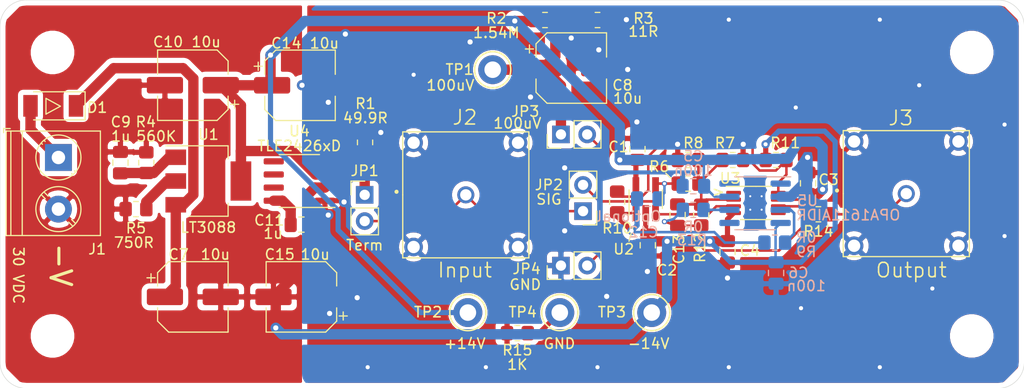
<source format=kicad_pcb>
(kicad_pcb (version 20171130) (host pcbnew 5.1.9-1.fc33)
  (layers (0 F.Cu signal) (1 In1.Cu power) (2 In2.Cu power) (31 B.Cu signal) (34 B.Paste user hide) (35 F.Paste user hide) (36 B.SilkS user hide) (37 F.SilkS user) (38 B.Mask user) (39 F.Mask user) (44 Edge.Cuts user hide))
  (net 0 "")
  (net 1 GND)
  (net 2 +15V)
  (net 3 -15V)
  (net 4 "Net-(C9-Pad1)")
  (net 5 "Net-(C13-Pad2)")
  (net 6 "Net-(C13-Pad1)")
  (net 7 "Net-(D1-Pad2)")
  (net 8 "Net-(J2-Pad1)")
  (net 9 "Net-(J3-Pad1)")
  (net 10 "Net-(C7-Pad1)")
  (net 11 "Net-(JP1-Pad1)")
  (net 12 "Net-(JP2-Pad2)")
  (net 13 NULLA)
  (net 14 "Net-(R13-Pad1)")
  (net 15 "Net-(C8-Pad1)")
  (net 16 "Net-(C11-Pad1)")
  (net 17 "Net-(C12-Pad2)")
  (net 18 "Net-(C12-Pad1)")
  (net 19 "Net-(R9-Pad1)")
  (net 20 "Net-(U3-Pad9)")
  (net 21 "Net-(R15-Pad1)")
  (module Package_SO:MSOP-8-1EP_3x3mm_P0.65mm_EP1.73x1.85mm_ThermalVias (layer F.Cu) (at 142.96 51.405)
    (fp_text reference U3 (at -2.498 -2.383) (layer F.SilkS))
    (fp_text value THS4021CxDGNx)
    (pad 9 smd rect (at 0 0) (size 1.6 1.8) (layers B.Cu) (net 20 "Net-(U3-Pad9)"))
    (pad 9 thru_hole circle (at 0.55 0.65) (size 0.5 0.5) (drill 0.2) (layers *.Cu) (net 20 "Net-(U3-Pad9)"))
    (pad 9 thru_hole circle (at -0.55 0.65) (size 0.5 0.5) (drill 0.2) (layers *.Cu) (net 20 "Net-(U3-Pad9)"))
    (pad 9 thru_hole circle (at 0.55 -0.65) (size 0.5 0.5) (drill 0.2) (layers *.Cu) (net 20 "Net-(U3-Pad9)"))
    (pad 9 thru_hole circle (at -0.55 -0.65) (size 0.5 0.5) (drill 0.2) (layers *.Cu) (net 20 "Net-(U3-Pad9)"))
    (pad 9 smd rect (at 0 0) (size 1.73 1.85) (layers F.Cu F.Mask) (net 20 "Net-(U3-Pad9)"))
    (pad 8 smd roundrect (at 2.1625 -0.975) (size 1.425 0.4) (layers F.Cu F.Paste F.Mask) (net 13 NULLA))
    (pad 7 smd roundrect (at 2.1625 -0.325) (size 1.425 0.4) (layers F.Cu F.Paste F.Mask) (net 2 +15V))
    (pad 6 smd roundrect (at 2.1625 0.325) (size 1.425 0.4) (layers F.Cu F.Paste F.Mask) (net 5 "Net-(C13-Pad2)"))
    (pad 5 smd roundrect (at 2.1625 0.975) (size 1.425 0.4) (layers F.Cu F.Paste F.Mask))
    (pad 4 smd roundrect (at -2.1625 0.975) (size 1.425 0.4) (layers F.Cu F.Paste F.Mask) (net 3 -15V))
    (pad 3 smd roundrect (at -2.1625 0.325) (size 1.425 0.4) (layers F.Cu F.Paste F.Mask) (net 12 "Net-(JP2-Pad2)"))
    (pad 2 smd roundrect (at -2.1625 -0.325) (size 1.425 0.4) (layers F.Cu F.Paste F.Mask) (net 6 "Net-(C13-Pad1)"))
    (pad 1 smd roundrect (at -2.1625 -0.975) (size 1.425 0.4) (layers F.Cu F.Paste F.Mask))
  )
  (module Resistor_SMD:R_0805_2012Metric_Pad1.20x1.40mm_HandSolder (layer F.Cu) (at 119.888 64.008 180)
    (fp_text reference R15 (at 0 -1.65) (layer F.SilkS))
    (fp_text value 1K (at 0 -3.048) (layer F.SilkS))
    (pad 2 smd roundrect (at 1 0 180) (size 1.2 1.4) (layers F.Cu F.Paste F.Mask) (roundrect_rratio 0.208333) (net 1 GND))
    (pad 1 smd roundrect (at -1 0 180) (size 1.2 1.4) (layers F.Cu F.Paste F.Mask) (roundrect_rratio 0.208333) (net 21 "Net-(R15-Pad1)"))
  )
  (module Capacitor_SMD:C_0805_2012Metric_Pad1.18x1.45mm_HandSolder (layer B.Cu) (at 144.907 58.1875 90)
    (fp_text reference C6 (at 0.0215 2.159 180) (layer B.SilkS) (effects (justify mirror)))
    (fp_text value 100n (at -1.2485 2.921 180) (layer B.SilkS) (effects (justify mirror)))
    (pad 2 smd roundrect (at 1.0375 0 90) (size 1.175 1.45) (layers B.Cu B.Paste B.Mask) (roundrect_rratio 0.2127659574468085) (net 3 -15V))
    (pad 1 smd roundrect (at -1.0375 0 90) (size 1.175 1.45) (layers B.Cu B.Paste B.Mask) (roundrect_rratio 0.2127659574468085) (net 1 GND))
  )
  (module Capacitor_SMD:C_0805_2012Metric_Pad1.18x1.45mm_HandSolder (layer B.Cu) (at 136.906 49.784 180)
    (fp_text reference C5 (at 0 2.921) (layer B.SilkS) (effects (justify mirror)))
    (fp_text value 100n (at 0 1.524) (layer B.SilkS) (effects (justify mirror)))
    (pad 2 smd roundrect (at 1.0375 0 180) (size 1.175 1.45) (layers B.Cu B.Paste B.Mask) (roundrect_rratio 0.2127659574468085) (net 1 GND))
    (pad 1 smd roundrect (at -1.0375 0 180) (size 1.175 1.45) (layers B.Cu B.Paste B.Mask) (roundrect_rratio 0.2127659574468085) (net 2 +15V))
  )
  (module Package_SO:SOIC-8_3.9x4.9mm_P1.27mm (layer B.Cu) (at 142.875 51.435 180)
    (fp_text reference U5 (at -5.08 0.254) (layer B.SilkS) (effects (justify mirror)))
    (fp_text value OPA1611AIDR (at -9.017 -1.143) (layer B.SilkS) (effects (justify mirror)))
    (pad 8 smd roundrect (at 2.475 1.905 180) (size 1.95 0.6) (layers B.Cu B.Paste B.Mask))
    (pad 7 smd roundrect (at 2.475 0.635 180) (size 1.95 0.6) (layers B.Cu B.Paste B.Mask) (net 2 +15V))
    (pad 6 smd roundrect (at 2.475 -0.635 180) (size 1.95 0.6) (layers B.Cu B.Paste B.Mask) (net 14 "Net-(R13-Pad1)"))
    (pad 5 smd roundrect (at 2.475 -1.905 180) (size 1.95 0.6) (layers B.Cu B.Paste B.Mask))
    (pad 4 smd roundrect (at -2.475 -1.905 180) (size 1.95 0.6) (layers B.Cu B.Paste B.Mask) (net 3 -15V))
    (pad 3 smd roundrect (at -2.475 -0.635 180) (size 1.95 0.6) (layers B.Cu B.Paste B.Mask) (net 19 "Net-(R9-Pad1)"))
    (pad 2 smd roundrect (at -2.475 0.635 180) (size 1.95 0.6) (layers B.Cu B.Paste B.Mask) (net 1 GND))
    (pad 1 smd roundrect (at -2.475 1.905 180) (size 1.95 0.6) (layers B.Cu B.Paste B.Mask))
  )
  (module Resistor_SMD:R_0805_2012Metric_Pad1.20x1.40mm_HandSolder (layer B.Cu) (at 136.89 52.07 180)
    (fp_text reference R13 (at 0.111 -2.921) (layer B.SilkS) (effects (justify mirror)))
    (fp_text value 0R (at 0 -1.65) (layer B.SilkS) (effects (justify mirror)))
    (pad 2 smd roundrect (at 1 0 180) (size 1.2 1.4) (layers B.Cu B.Paste B.Mask) (roundrect_rratio 0.2083325) (net 5 "Net-(C13-Pad2)"))
    (pad 1 smd roundrect (at -1 0 180) (size 1.2 1.4) (layers B.Cu B.Paste B.Mask) (roundrect_rratio 0.2083325) (net 14 "Net-(R13-Pad1)"))
  )
  (module Resistor_SMD:R_0805_2012Metric_Pad1.20x1.40mm_HandSolder (layer B.Cu) (at 144.78 55.245 180)
    (fp_text reference R9 (at -3.048 -0.889) (layer B.SilkS) (effects (justify mirror)))
    (fp_text value 0R (at -3.048 0.508) (layer B.SilkS) (effects (justify mirror)))
    (pad 2 smd roundrect (at 1 0 180) (size 1.2 1.4) (layers B.Cu B.Paste B.Mask) (roundrect_rratio 0.2083325) (net 18 "Net-(C12-Pad1)"))
    (pad 1 smd roundrect (at -1 0 180) (size 1.2 1.4) (layers B.Cu B.Paste B.Mask) (roundrect_rratio 0.2083325) (net 19 "Net-(R9-Pad1)"))
  )
  (module MAGI_Footprints:TE_1-1337445-0 (layer F.Cu) (at 157.5 50.5)
    (fp_text reference J3 (at -0.528 -7.32) (layer F.SilkS) (effects (font (size 1.402528 1.402528))))
    (fp_text value Output (at 0.488 7.412) (layer F.SilkS) (effects (font (size 1.400921 1.400921))))
    (pad 2 thru_hole circle (at -5.05 5.05) (size 1.8 1.8) (drill 1.2) (layers *.Cu *.Mask) (net 1 GND))
    (pad 2 thru_hole circle (at 5.05 5.05) (size 1.8 1.8) (drill 1.2) (layers *.Cu *.Mask) (net 1 GND))
    (pad 2 thru_hole circle (at 5.05 -5.05) (size 1.8 1.8) (drill 1.2) (layers *.Cu *.Mask) (net 1 GND))
    (pad 2 thru_hole circle (at -5.05 -5.05) (size 1.8 1.8) (drill 1.2) (layers *.Cu *.Mask) (net 1 GND))
    (pad 1 thru_hole circle (at 0 0) (size 1.65 1.65) (drill 1.1) (layers *.Cu *.Mask) (net 9 "Net-(J3-Pad1)"))
  )
  (module MAGI_Footprints:TE_1-1337445-0 (layer F.Cu) (at 114.9 50.62)
    (fp_text reference J2 (at -0.092 -7.502515) (layer F.SilkS) (effects (font (size 1.402528 1.402528))))
    (fp_text value Input (at -0.092 7.292) (layer F.SilkS) (effects (font (size 1.400921 1.400921))))
    (pad 2 thru_hole circle (at -5.05 5.05) (size 1.8 1.8) (drill 1.2) (layers *.Cu *.Mask) (net 1 GND))
    (pad 2 thru_hole circle (at 5.05 5.05) (size 1.8 1.8) (drill 1.2) (layers *.Cu *.Mask) (net 1 GND))
    (pad 2 thru_hole circle (at 5.05 -5.05) (size 1.8 1.8) (drill 1.2) (layers *.Cu *.Mask) (net 1 GND))
    (pad 2 thru_hole circle (at -5.05 -5.05) (size 1.8 1.8) (drill 1.2) (layers *.Cu *.Mask) (net 1 GND))
    (pad 1 thru_hole circle (at 0 0) (size 1.65 1.65) (drill 1.1) (layers *.Cu *.Mask) (net 8 "Net-(J2-Pad1)"))
  )
  (module Resistor_SMD:R_0805_2012Metric_Pad1.20x1.40mm_HandSolder (layer F.Cu) (at 136.398 47.244 180)
    (fp_text reference R8 (at -0.508 1.651) (layer F.SilkS))
    (fp_text value 15R)
    (pad 2 smd roundrect (at 1 0 180) (size 1.2 1.4) (layers F.Cu F.Paste F.Mask) (roundrect_rratio 0.2083325) (net 1 GND))
    (pad 1 smd roundrect (at -1 0 180) (size 1.2 1.4) (layers F.Cu F.Paste F.Mask) (roundrect_rratio 0.2083325) (net 6 "Net-(C13-Pad1)"))
  )
  (module Resistor_SMD:R_0805_2012Metric_Pad1.20x1.40mm_HandSolder (layer F.Cu) (at 140.716 47.244)
    (fp_text reference R7 (at -0.762 -1.65) (layer F.SilkS))
    (fp_text value 1.47K)
    (pad 2 smd roundrect (at 1 0) (size 1.2 1.4) (layers F.Cu F.Paste F.Mask) (roundrect_rratio 0.2083325) (net 1 GND))
    (pad 1 smd roundrect (at -1 0) (size 1.2 1.4) (layers F.Cu F.Paste F.Mask) (roundrect_rratio 0.2083325) (net 6 "Net-(C13-Pad1)"))
  )
  (module Resistor_SMD:R_0805_2012Metric_Pad1.20x1.40mm_HandSolder (layer F.Cu) (at 137.668 52.578 270)
    (fp_text reference R12 (at 3.175 0.127 90) (layer F.SilkS))
    (fp_text value 1.47K)
    (pad 2 smd roundrect (at 1 0 270) (size 1.2 1.4) (layers F.Cu F.Paste F.Mask) (roundrect_rratio 0.2083325) (net 5 "Net-(C13-Pad2)"))
    (pad 1 smd roundrect (at -1 0 270) (size 1.2 1.4) (layers F.Cu F.Paste F.Mask) (roundrect_rratio 0.2083325) (net 6 "Net-(C13-Pad1)"))
  )
  (module Capacitor_SMD:C_0805_2012Metric_Pad1.18x1.45mm_HandSolder (layer F.Cu) (at 135.382 52.578 270)
    (fp_text reference C13 (at 3.302 -0.127 90) (layer F.SilkS))
    (fp_text value Optional)
    (pad 2 smd roundrect (at 1.0375 0 270) (size 1.175 1.45) (layers F.Cu F.Paste F.Mask) (roundrect_rratio 0.2127659574468085) (net 5 "Net-(C13-Pad2)"))
    (pad 1 smd roundrect (at -1.0375 0 270) (size 1.175 1.45) (layers F.Cu F.Paste F.Mask) (roundrect_rratio 0.2127659574468085) (net 6 "Net-(C13-Pad1)"))
  )
  (module Package_TO_SOT_SMD:SOT-23-5_HandSoldering (layer F.Cu) (at 132.3 51.04 90)
    (fp_text reference U2 (at -4.84 -2.125 180) (layer F.SilkS))
    (fp_text value OPA189IDBVx)
    (pad 5 smd rect (at 1.35 -0.95 90) (size 1.56 0.65) (layers F.Cu F.Paste F.Mask) (net 2 +15V))
    (pad 4 smd rect (at 1.35 0.95 90) (size 1.56 0.65) (layers F.Cu F.Paste F.Mask) (net 17 "Net-(C12-Pad2)"))
    (pad 3 smd rect (at -1.35 0.95 90) (size 1.56 0.65) (layers F.Cu F.Paste F.Mask) (net 12 "Net-(JP2-Pad2)"))
    (pad 2 smd rect (at -1.35 0 90) (size 1.56 0.65) (layers F.Cu F.Paste F.Mask) (net 3 -15V))
    (pad 1 smd rect (at -1.35 -0.95 90) (size 1.56 0.65) (layers F.Cu F.Paste F.Mask) (net 18 "Net-(C12-Pad1)"))
  )
  (module Package_SO:SOIC-8_3.9x4.9mm_P1.27mm (layer F.Cu) (at 98.8 49.28 180)
    (fp_text reference U4 (at -0.006 4.83) (layer F.SilkS))
    (fp_text value TLE2426xD (at 0 3.4) (layer F.SilkS))
    (pad 8 smd roundrect (at 2.475 -1.905 180) (size 1.95 0.6) (layers F.Cu F.Paste F.Mask) (net 16 "Net-(C11-Pad1)"))
    (pad 7 smd roundrect (at 2.475 -0.635 180) (size 1.95 0.6) (layers F.Cu F.Paste F.Mask))
    (pad 6 smd roundrect (at 2.475 0.635 180) (size 1.95 0.6) (layers F.Cu F.Paste F.Mask))
    (pad 5 smd roundrect (at 2.475 1.905 180) (size 1.95 0.6) (layers F.Cu F.Paste F.Mask))
    (pad 4 smd roundrect (at -2.475 1.905 180) (size 1.95 0.6) (layers F.Cu F.Paste F.Mask))
    (pad 3 smd roundrect (at -2.475 0.635 180) (size 1.95 0.6) (layers F.Cu F.Paste F.Mask) (net 2 +15V))
    (pad 2 smd roundrect (at -2.475 -0.635 180) (size 1.95 0.6) (layers F.Cu F.Paste F.Mask) (net 3 -15V))
    (pad 1 smd roundrect (at -2.475 -1.905 180) (size 1.95 0.6) (layers F.Cu F.Paste F.Mask) (net 1 GND))
  )
  (module Package_TO_SOT_SMD:SOT-223 (layer F.Cu) (at 90 49.28)
    (fp_text reference U1 (at 0 -4.5) (layer F.SilkS))
    (fp_text value LT3088 (at 0 4.5) (layer F.SilkS))
    (pad 1 smd rect (at -3.15 -2.3) (size 2 1.5) (layers F.Cu F.Paste F.Mask) (net 4 "Net-(C9-Pad1)"))
    (pad 3 smd rect (at -3.15 2.3) (size 2 1.5) (layers F.Cu F.Paste F.Mask) (net 10 "Net-(C7-Pad1)"))
    (pad 2 smd rect (at -3.15 0) (size 2 1.5) (layers F.Cu F.Paste F.Mask) (net 2 +15V))
    (pad 4 smd rect (at 3.15 0) (size 2 3.8) (layers F.Cu F.Paste F.Mask) (net 2 +15V))
  )
  (module TestPoint:TestPoint_Keystone_5010-5014_Multipurpose (layer F.Cu) (at 132.88 62.02 90)
    (fp_text reference TP3 (at 0.044 -3.848 180) (layer F.SilkS))
    (fp_text value -14V (at -3.004 -0.292 180) (layer F.SilkS))
    (pad 1 thru_hole circle (at 0 0 90) (size 2.8 2.8) (drill 1.6) (layers *.Cu *.Mask) (net 3 -15V))
  )
  (module TestPoint:TestPoint_Keystone_5010-5014_Multipurpose (layer F.Cu) (at 123.99 62.02 90)
    (fp_text reference TP4 (at 0.044 -3.594 180) (layer F.SilkS))
    (fp_text value GND (at -3.004 -0.038 180) (layer F.SilkS))
    (pad 1 thru_hole circle (at 0 0 90) (size 2.8 2.8) (drill 1.6) (layers *.Cu *.Mask) (net 21 "Net-(R15-Pad1)"))
  )
  (module TestPoint:TestPoint_Keystone_5010-5014_Multipurpose (layer F.Cu) (at 115.1 62.02 90)
    (fp_text reference TP2 (at 0.044 -3.848 180) (layer F.SilkS))
    (fp_text value +14V (at -3.004 -0.292 180) (layer F.SilkS))
    (pad 1 thru_hole circle (at 0 0 90) (size 2.8 2.8) (drill 1.6) (layers *.Cu *.Mask) (net 2 +15V))
  )
  (module TestPoint:TestPoint_Keystone_5010-5014_Multipurpose (layer F.Cu) (at 117.5 38.5)
    (fp_text reference TP1 (at -3.2 -0.019) (layer F.SilkS))
    (fp_text value 100uV (at -4.089 1.505) (layer F.SilkS))
    (pad 1 thru_hole circle (at 0 0) (size 2.8 2.8) (drill 1.6) (layers *.Cu *.Mask) (net 15 "Net-(C8-Pad1)"))
  )
  (module Resistor_SMD:R_0805_2012Metric_Pad1.20x1.40mm_HandSolder (layer F.Cu) (at 136.398 49.53)
    (fp_text reference R6 (at -2.794 -1.65) (layer F.SilkS))
    (fp_text value 0R)
    (pad 2 smd roundrect (at 1 0) (size 1.2 1.4) (layers F.Cu F.Paste F.Mask) (roundrect_rratio 0.2083325) (net 6 "Net-(C13-Pad1)"))
    (pad 1 smd roundrect (at -1 0) (size 1.2 1.4) (layers F.Cu F.Paste F.Mask) (roundrect_rratio 0.2083325) (net 17 "Net-(C12-Pad2)"))
  )
  (module Resistor_SMD:R_0805_2012Metric_Pad1.20x1.40mm_HandSolder (layer F.Cu) (at 149 52.5 180)
    (fp_text reference R14 (at 0 -1.65) (layer F.SilkS))
    (fp_text value 49.9)
    (pad 2 smd roundrect (at 1 0 180) (size 1.2 1.4) (layers F.Cu F.Paste F.Mask) (roundrect_rratio 0.2083325) (net 5 "Net-(C13-Pad2)"))
    (pad 1 smd roundrect (at -1 0 180) (size 1.2 1.4) (layers F.Cu F.Paste F.Mask) (roundrect_rratio 0.2083325) (net 9 "Net-(J3-Pad1)"))
  )
  (module Resistor_SMD:R_0805_2012Metric_Pad1.20x1.40mm_HandSolder (layer F.Cu) (at 105.156 45.54 270)
    (fp_text reference R1 (at -3.757 -0.035 180) (layer F.SilkS))
    (fp_text value 49.9R (at -2.36 -0.035 180) (layer F.SilkS))
    (pad 2 smd roundrect (at 1 0 270) (size 1.2 1.4) (layers F.Cu F.Paste F.Mask) (roundrect_rratio 0.2083325) (net 11 "Net-(JP1-Pad1)"))
    (pad 1 smd roundrect (at -1 0 270) (size 1.2 1.4) (layers F.Cu F.Paste F.Mask) (roundrect_rratio 0.2083325) (net 1 GND))
  )
  (module Resistor_SMD:R_0805_2012Metric_Pad1.20x1.40mm_HandSolder (layer F.Cu) (at 127.64 33.69)
    (fp_text reference R3 (at 4.44 -0.162) (layer F.SilkS))
    (fp_text value 11R (at 4.44 1.108) (layer F.SilkS))
    (pad 2 smd roundrect (at 1 0) (size 1.2 1.4) (layers F.Cu F.Paste F.Mask) (roundrect_rratio 0.2083325) (net 1 GND))
    (pad 1 smd roundrect (at -1 0) (size 1.2 1.4) (layers F.Cu F.Paste F.Mask) (roundrect_rratio 0.2083325) (net 15 "Net-(C8-Pad1)"))
  )
  (module Resistor_SMD:R_0805_2012Metric_Pad1.20x1.40mm_HandSolder (layer F.Cu) (at 129.54 51.308 270)
    (fp_text reference R10 (at 2.54 0 180) (layer F.SilkS))
    (fp_text value 1M)
    (pad 2 smd roundrect (at 1 0 270) (size 1.2 1.4) (layers F.Cu F.Paste F.Mask) (roundrect_rratio 0.2083325) (net 18 "Net-(C12-Pad1)"))
    (pad 1 smd roundrect (at -1 0 270) (size 1.2 1.4) (layers F.Cu F.Paste F.Mask) (roundrect_rratio 0.2083325) (net 13 NULLA))
  )
  (module Resistor_SMD:R_0805_2012Metric_Pad1.20x1.40mm_HandSolder (layer F.Cu) (at 122.56 33.69)
    (fp_text reference R2 (at -4.704 -0.162) (layer F.SilkS))
    (fp_text value 1.54M (at -4.704 1.235) (layer F.SilkS))
    (pad 2 smd roundrect (at 1 0) (size 1.2 1.4) (layers F.Cu F.Paste F.Mask) (roundrect_rratio 0.2083325) (net 15 "Net-(C8-Pad1)"))
    (pad 1 smd roundrect (at -1 0) (size 1.2 1.4) (layers F.Cu F.Paste F.Mask) (roundrect_rratio 0.2083325) (net 2 +15V))
  )
  (module Resistor_SMD:R_0805_2012Metric_Pad1.20x1.40mm_HandSolder (layer F.Cu) (at 144.907 47.244 180)
    (fp_text reference R11 (at -0.889 1.651) (layer F.SilkS))
    (fp_text value 56K)
    (pad 2 smd roundrect (at 1 0 180) (size 1.2 1.4) (layers F.Cu F.Paste F.Mask) (roundrect_rratio 0.2083325) (net 3 -15V))
    (pad 1 smd roundrect (at -1 0 180) (size 1.2 1.4) (layers F.Cu F.Paste F.Mask) (roundrect_rratio 0.2083325) (net 13 NULLA))
  )
  (module Resistor_SMD:R_0805_2012Metric_Pad1.20x1.40mm_HandSolder (layer F.Cu) (at 84 47.5 90)
    (fp_text reference R4 (at 3.939 -0.053 180) (layer F.SilkS))
    (fp_text value 560K (at 2.542 0.963 180) (layer F.SilkS))
    (pad 2 smd roundrect (at 1 0 90) (size 1.2 1.4) (layers F.Cu F.Paste F.Mask) (roundrect_rratio 0.2083325) (net 3 -15V))
    (pad 1 smd roundrect (at -1 0 90) (size 1.2 1.4) (layers F.Cu F.Paste F.Mask) (roundrect_rratio 0.2083325) (net 4 "Net-(C9-Pad1)"))
  )
  (module Resistor_SMD:R_0805_2012Metric_Pad1.20x1.40mm_HandSolder (layer F.Cu) (at 83 52 180)
    (fp_text reference R5 (at 0 -1.848) (layer F.SilkS))
    (fp_text value 750R (at 0.196 -3.245) (layer F.SilkS))
    (pad 2 smd roundrect (at 1 0 180) (size 1.2 1.4) (layers F.Cu F.Paste F.Mask) (roundrect_rratio 0.2083325) (net 3 -15V))
    (pad 1 smd roundrect (at -1 0 180) (size 1.2 1.4) (layers F.Cu F.Paste F.Mask) (roundrect_rratio 0.2083325) (net 2 +15V))
  )
  (module Connector_PinHeader_2.54mm:PinHeader_1x02_P2.54mm_Vertical (layer F.Cu) (at 124.1 57.47 90)
    (fp_text reference JP4 (at -0.315 -3.323 180) (layer F.SilkS))
    (fp_text value GND (at -1.839 -3.45 180) (layer F.SilkS))
    (pad 2 thru_hole oval (at 0 2.54 90) (size 1.7 1.7) (drill 1) (layers *.Cu *.Mask) (net 12 "Net-(JP2-Pad2)"))
    (pad 1 thru_hole rect (at 0 0 90) (size 1.7 1.7) (drill 1) (layers *.Cu *.Mask) (net 1 GND))
  )
  (module Connector_PinHeader_2.54mm:PinHeader_1x02_P2.54mm_Vertical (layer F.Cu) (at 105.121 50.62)
    (fp_text reference JP1 (at 0 -2.33) (layer F.SilkS))
    (fp_text value Term (at 0 4.87) (layer F.SilkS))
    (pad 2 thru_hole oval (at 0 2.54) (size 1.7 1.7) (drill 1) (layers *.Cu *.Mask) (net 8 "Net-(J2-Pad1)"))
    (pad 1 thru_hole rect (at 0 0) (size 1.7 1.7) (drill 1) (layers *.Cu *.Mask) (net 11 "Net-(JP1-Pad1)"))
  )
  (module Connector_PinHeader_2.54mm:PinHeader_1x02_P2.54mm_Vertical (layer F.Cu) (at 124.1 44.77 90)
    (fp_text reference JP3 (at 2.225 -3.45 180) (layer F.SilkS))
    (fp_text value 100uV (at 1.082 -4.212 180) (layer F.SilkS))
    (pad 2 thru_hole oval (at 0 2.54 90) (size 1.7 1.7) (drill 1) (layers *.Cu *.Mask) (net 12 "Net-(JP2-Pad2)"))
    (pad 1 thru_hole rect (at 0 0 90) (size 1.7 1.7) (drill 1) (layers *.Cu *.Mask) (net 15 "Net-(C8-Pad1)"))
  )
  (module Connector_PinHeader_2.54mm:PinHeader_1x02_P2.54mm_Vertical (layer F.Cu) (at 126.238 52.197 180)
    (fp_text reference JP2 (at 3.302 2.54) (layer F.SilkS))
    (fp_text value SIG (at 3.302 1.143) (layer F.SilkS))
    (pad 2 thru_hole oval (at 0 2.54 180) (size 1.7 1.7) (drill 1) (layers *.Cu *.Mask) (net 12 "Net-(JP2-Pad2)"))
    (pad 1 thru_hole rect (at 0 0 180) (size 1.7 1.7) (drill 1) (layers *.Cu *.Mask) (net 8 "Net-(J2-Pad1)"))
  )
  (module TerminalBlock_Phoenix:TerminalBlock_Phoenix_PT-1,5-2-5.0-H_1x02_P5.00mm_Horizontal (layer F.Cu) (at 75.5 47 270)
    (fp_text reference J1 (at 8.88 -3.748 180) (layer F.SilkS))
    (fp_text value 30VDC)
    (pad 2 thru_hole circle (at 5 0 270) (size 2.6 2.6) (drill 1.3) (layers *.Cu *.Mask) (net 3 -15V))
    (pad 1 thru_hole rect (at 0 0 270) (size 2.6 2.6) (drill 1.3) (layers *.Cu *.Mask) (net 7 "Net-(D1-Pad2)"))
  )
  (module MountingHole:MountingHole_3.2mm_M3 (layer F.Cu) (at 74.93 64.28)
    (fp_text reference H4 hide)
    (fp_text value MountingHole)
    (pad 1 np_thru_hole circle (at 0 0) (size 3.2 3.2) (drill 3.2) (layers *.Cu *.Mask))
  )
  (module MountingHole:MountingHole_3.2mm_M3 (layer F.Cu) (at 163.83 64.28)
    (fp_text reference H2 hide)
    (fp_text value MountingHole)
    (pad 1 np_thru_hole circle (at 0 0) (size 3.2 3.2) (drill 3.2) (layers *.Cu *.Mask))
  )
  (module MountingHole:MountingHole_3.2mm_M3 (layer F.Cu) (at 163.83 36.83)
    (fp_text reference H1 hide)
    (fp_text value MountingHole)
    (pad 1 np_thru_hole circle (at 0 0) (size 3.2 3.2) (drill 3.2) (layers *.Cu *.Mask))
  )
  (module MountingHole:MountingHole_3.2mm_M3 (layer F.Cu) (at 74.93 36.83)
    (fp_text reference H3 hide)
    (fp_text value MountingHole)
    (pad 1 np_thru_hole circle (at 0 0) (size 3.2 3.2) (drill 3.2) (layers *.Cu *.Mask))
  )
  (module Diode_SMD:D_SOD-128 (layer F.Cu) (at 75 42 180)
    (fp_text reference D1 (at -4.248 -0.164) (layer F.SilkS))
    (fp_text value D)
    (pad 2 smd rect (at 2.2 0 180) (size 1.4 2.1) (layers F.Cu F.Paste F.Mask) (net 7 "Net-(D1-Pad2)"))
    (pad 1 smd rect (at -2.2 0 180) (size 1.4 2.1) (layers F.Cu F.Paste F.Mask) (net 10 "Net-(C7-Pad1)"))
  )
  (module Capacitor_SMD:C_0805_2012Metric_Pad1.18x1.45mm_HandSolder (layer B.Cu) (at 132.5 51)
    (fp_text reference C12 (at -0.42 3.229) (layer B.SilkS) (effects (justify mirror)))
    (fp_text value Optional (at -1.817 1.705) (layer B.SilkS) (effects (justify mirror)))
    (pad 2 smd roundrect (at 1.0375 0) (size 1.175 1.45) (layers B.Cu B.Paste B.Mask) (roundrect_rratio 0.2127659574468085) (net 17 "Net-(C12-Pad2)"))
    (pad 1 smd roundrect (at -1.0375 0) (size 1.175 1.45) (layers B.Cu B.Paste B.Mask) (roundrect_rratio 0.2127659574468085) (net 18 "Net-(C12-Pad1)"))
  )
  (module Capacitor_SMD:C_0805_2012Metric_Pad1.18x1.45mm_HandSolder (layer F.Cu) (at 140.208 56.134 90)
    (fp_text reference C4 (at 0.127 2.159 180) (layer F.SilkS))
    (fp_text value 100n)
    (pad 2 smd roundrect (at 1.0375 0 90) (size 1.175 1.45) (layers F.Cu F.Paste F.Mask) (roundrect_rratio 0.2127659574468085) (net 3 -15V))
    (pad 1 smd roundrect (at -1.0375 0 90) (size 1.175 1.45) (layers F.Cu F.Paste F.Mask) (roundrect_rratio 0.2127659574468085) (net 1 GND))
  )
  (module Capacitor_SMD:C_0805_2012Metric_Pad1.18x1.45mm_HandSolder (layer F.Cu) (at 132.5 55.5 90)
    (fp_text reference C2 (at -2.412 1.866 180) (layer F.SilkS))
    (fp_text value 100n)
    (pad 2 smd roundrect (at 1.0375 0 90) (size 1.175 1.45) (layers F.Cu F.Paste F.Mask) (roundrect_rratio 0.2127659574468085) (net 3 -15V))
    (pad 1 smd roundrect (at -1.0375 0 90) (size 1.175 1.45) (layers F.Cu F.Paste F.Mask) (roundrect_rratio 0.2127659574468085) (net 1 GND))
  )
  (module Capacitor_SMD:CP_Elec_6.3x7.7 (layer F.Cu) (at 125.1 38.34)
    (fp_text reference C8 (at 4.948 1.665) (layer F.SilkS))
    (fp_text value 10u (at 5.456 2.935) (layer F.SilkS))
    (pad 2 smd roundrect (at 2.7 0) (size 3.5 1.6) (layers F.Cu F.Paste F.Mask) (roundrect_rratio 0.15625) (net 1 GND))
    (pad 1 smd roundrect (at -2.7 0) (size 3.5 1.6) (layers F.Cu F.Paste F.Mask) (roundrect_rratio 0.15625) (net 15 "Net-(C8-Pad1)"))
  )
  (module Capacitor_SMD:C_0805_2012Metric_Pad1.18x1.45mm_HandSolder (layer F.Cu) (at 148 49.5 90)
    (fp_text reference C3 (at 0.351 1.987 180) (layer F.SilkS))
    (fp_text value 100n)
    (pad 2 smd roundrect (at 1.0375 0 90) (size 1.175 1.45) (layers F.Cu F.Paste F.Mask) (roundrect_rratio 0.2127659574468085) (net 1 GND))
    (pad 1 smd roundrect (at -1.0375 0 90) (size 1.175 1.45) (layers F.Cu F.Paste F.Mask) (roundrect_rratio 0.2127659574468085) (net 2 +15V))
  )
  (module Capacitor_SMD:C_0805_2012Metric_Pad1.18x1.45mm_HandSolder (layer F.Cu) (at 131.5 46.1925 90)
    (fp_text reference C1 (at 0.2185 -1.833 180) (layer F.SilkS))
    (fp_text value 100n)
    (pad 2 smd roundrect (at 1.0375 0 90) (size 1.175 1.45) (layers F.Cu F.Paste F.Mask) (roundrect_rratio 0.2127659574468085) (net 1 GND))
    (pad 1 smd roundrect (at -1.0375 0 90) (size 1.175 1.45) (layers F.Cu F.Paste F.Mask) (roundrect_rratio 0.2127659574468085) (net 2 +15V))
  )
  (module Capacitor_SMD:C_0805_2012Metric_Pad1.18x1.45mm_HandSolder (layer F.Cu) (at 81.5 47.5 90)
    (fp_text reference C9 (at 3.939 0.034 180) (layer F.SilkS))
    (fp_text value 1u (at 2.542 0.034 180) (layer F.SilkS))
    (pad 2 smd roundrect (at 1.0375 0 90) (size 1.175 1.45) (layers F.Cu F.Paste F.Mask) (roundrect_rratio 0.2127659574468085) (net 3 -15V))
    (pad 1 smd roundrect (at -1.0375 0 90) (size 1.175 1.45) (layers F.Cu F.Paste F.Mask) (roundrect_rratio 0.2127659574468085) (net 4 "Net-(C9-Pad1)"))
  )
  (module Capacitor_SMD:CP_Elec_6.3x7.7 (layer F.Cu) (at 88.5 60.5)
    (fp_text reference C7 (at -1.378 -4.112) (layer F.SilkS))
    (fp_text value 10u (at 2.178 -4.112) (layer F.SilkS))
    (pad 2 smd roundrect (at 2.7 0) (size 3.5 1.6) (layers F.Cu F.Paste F.Mask) (roundrect_rratio 0.15625) (net 3 -15V))
    (pad 1 smd roundrect (at -2.7 0) (size 3.5 1.6) (layers F.Cu F.Paste F.Mask) (roundrect_rratio 0.15625) (net 10 "Net-(C7-Pad1)"))
  )
  (module Capacitor_SMD:CP_Elec_6.3x7.7 (layer F.Cu) (at 99 60.5 180)
    (fp_text reference C15 (at 2.099 4.112) (layer F.SilkS))
    (fp_text value 10u (at -1.33 4.112) (layer F.SilkS))
    (pad 2 smd roundrect (at 2.7 0 180) (size 3.5 1.6) (layers F.Cu F.Paste F.Mask) (roundrect_rratio 0.15625) (net 3 -15V))
    (pad 1 smd roundrect (at -2.7 0 180) (size 3.5 1.6) (layers F.Cu F.Paste F.Mask) (roundrect_rratio 0.15625) (net 1 GND))
  )
  (module Capacitor_SMD:C_0805_2012Metric_Pad1.18x1.45mm_HandSolder (layer F.Cu) (at 99 53.5)
    (fp_text reference C11 (at -3.115 -0.414) (layer F.SilkS))
    (fp_text value 1u (at -2.734 0.856) (layer F.SilkS))
    (pad 2 smd roundrect (at 1.0375 0) (size 1.175 1.45) (layers F.Cu F.Paste F.Mask) (roundrect_rratio 0.2127659574468085) (net 3 -15V))
    (pad 1 smd roundrect (at -1.0375 0) (size 1.175 1.45) (layers F.Cu F.Paste F.Mask) (roundrect_rratio 0.2127659574468085) (net 16 "Net-(C11-Pad1)"))
  )
  (module Capacitor_SMD:CP_Elec_6.3x7.7 (layer F.Cu) (at 88.5 40 180)
    (fp_text reference C10 (at 2.394 4.186) (layer F.SilkS))
    (fp_text value 10u (at -1.289 4.186) (layer F.SilkS))
    (pad 1 smd roundrect (at -2.7 0 180) (size 3.5 1.6) (layers F.Cu F.Paste F.Mask) (roundrect_rratio 0.15625) (net 2 +15V))
    (pad 2 smd roundrect (at 2.7 0 180) (size 3.5 1.6) (layers F.Cu F.Paste F.Mask) (roundrect_rratio 0.15625) (net 3 -15V))
  )
  (module Capacitor_SMD:CP_Elec_6.3x7.7 (layer F.Cu) (at 98.866 40.01)
    (fp_text reference C14 (at -1.33 -4.069) (layer F.SilkS))
    (fp_text value 10u (at 2.353 -4.069) (layer F.SilkS))
    (pad 2 smd roundrect (at 2.7 0) (size 3.5 1.6) (layers F.Cu F.Paste F.Mask) (roundrect_rratio 0.15625) (net 1 GND))
    (pad 1 smd roundrect (at -2.7 0) (size 3.5 1.6) (layers F.Cu F.Paste F.Mask) (roundrect_rratio 0.15625) (net 2 +15V))
  )
  (gr_line (start 75.692 42.037) (end 74.295 41.275) (layer F.SilkS) (width 0.12))
  (gr_line (start 74.295 42.799) (end 75.692 42.037) (layer F.SilkS) (width 0.12))
  (gr_line (start 74.295 41.275) (end 74.295 42.799) (layer F.SilkS) (width 0.12))
  (gr_line (start 130.683 55.118) (end 131.064 53.721) (layer F.SilkS) (width 0.12))
  (gr_text > (at 139.319 50.292) (layer F.SilkS) (effects (font (size 1 1))))
  (gr_line (start 134.239 48.514) (end 134.747 49.022) (layer F.SilkS) (width 0.12))
  (gr_text "Current Shunt Amp\n Prototype Rev B" (at 147.32 38.608) (layer F.Cu) (effects (font (size 1 1))))
  (gr_text SN: (at 144.272 36.068) (layer F.Cu) (effects (font (size 1.5 1.5) (thickness 0.3))))
  (gr_text "MAGI 2021" (at 149.86 64.008) (layer F.Cu) (effects (font (size 1.5 1.5) (thickness 0.3))))
  (gr_text "30 VDC" (at 71.628 58.42 270) (layer F.SilkS) (effects (font (size 1 1))))
  (gr_text -V (at 75.692 57.404 270) (layer F.SilkS) (effects (font (size 2 2) (thickness 0.3))))
  (gr_arc (start 72.39 66.82) (end 69.85 66.82) (angle -90) (layer Edge.Cuts) (width 0.05))
  (gr_arc (start 72.39 34.29) (end 72.39 31.75) (angle -90) (layer Edge.Cuts) (width 0.05))
  (gr_arc (start 166.37 34.29) (end 168.91 34.29) (angle -90) (layer Edge.Cuts) (width 0.05))
  (gr_arc (start 166.37 66.82) (end 166.37 69.36) (angle -90) (layer Edge.Cuts) (width 0.05))
  (gr_line (start 72.39 69.36) (end 166.37 69.36) (layer Edge.Cuts) (width 0.05))
  (gr_line (start 69.85 34.29) (end 69.85 66.82) (layer Edge.Cuts) (width 0.05))
  (gr_line (start 166.37 31.75) (end 72.39 31.75) (layer Edge.Cuts) (width 0.05))
  (gr_line (start 168.91 66.82) (end 168.91 34.29) (layer Edge.Cuts) (width 0.05))
  (via (at 141.732 45.72) (size 1) (drill 0.5) (layers F.Cu B.Cu) (net 1))
  (segment (start 141.716 45.736) (end 141.732 45.72) (width 0.5) (layer F.Cu) (net 1))
  (via (at 147.955 46.99) (size 1) (drill 0.5) (layers F.Cu B.Cu) (net 1))
  (via (at 131.445 43.561) (size 1) (drill 0.5) (layers F.Cu B.Cu) (net 1))
  (via (at 135.382 45.72) (size 1) (drill 0.5) (layers F.Cu B.Cu) (net 1))
  (segment (start 135.398 45.736) (end 135.382 45.72) (width 0.5) (layer F.Cu) (net 1))
  (via (at 140.208 58.674) (size 1) (drill 0.5) (layers F.Cu B.Cu) (net 1))
  (via (at 132.461 58.039) (size 1) (drill 0.5) (layers F.Cu B.Cu) (net 1))
  (via (at 106.68 44.577) (size 1) (drill 0.5) (layers F.Cu B.Cu) (net 1))
  (via (at 101.6 41.656) (size 1) (drill 0.5) (layers F.Cu B.Cu) (net 1))
  (via (at 99.06 40.005) (size 1) (drill 0.5) (layers F.Cu B.Cu) (net 1))
  (via (at 104.394 60.579) (size 1) (drill 0.5) (layers F.Cu B.Cu) (net 1))
  (via (at 101.727 62.103) (size 1) (drill 0.5) (layers F.Cu B.Cu) (net 1))
  (via (at 130.556 38.481) (size 1) (drill 0.5) (layers F.Cu B.Cu) (net 1))
  (via (at 127.762 36.576) (size 1) (drill 0.5) (layers F.Cu B.Cu) (net 1))
  (via (at 125.095 35.433) (size 1) (drill 0.5) (layers F.Cu B.Cu) (net 1))
  (via (at 130.429 33.655) (size 1) (drill 0.5) (layers F.Cu B.Cu) (net 1))
  (via (at 103.124 51.308) (size 1) (drill 0.5) (layers F.Cu B.Cu) (net 1))
  (via (at 101.6 52.578) (size 1) (drill 0.5) (layers F.Cu B.Cu) (net 1))
  (via (at 103.251 35.052) (size 1) (drill 0.5) (layers F.Cu B.Cu) (net 1))
  (via (at 115.316 35.814) (size 1) (drill 0.5) (layers F.Cu B.Cu) (net 1))
  (via (at 121.158 41.148) (size 1) (drill 0.5) (layers F.Cu B.Cu) (net 1))
  (via (at 124.46 48.006) (size 1) (drill 0.5) (layers F.Cu B.Cu) (net 1))
  (via (at 128.524 60.452) (size 1) (drill 0.5) (layers F.Cu B.Cu) (net 1))
  (via (at 140.335 33.655) (size 0.8) (drill 0.4) (layers F.Cu B.Cu) (net 1))
  (via (at 154.94 33.655) (size 0.8) (drill 0.4) (layers F.Cu B.Cu) (net 1))
  (via (at 158.75 40.005) (size 0.8) (drill 0.4) (layers F.Cu B.Cu) (net 1))
  (via (at 167.005 43.815) (size 0.8) (drill 0.4) (layers F.Cu B.Cu) (net 1))
  (via (at 167.005 54.61) (size 0.8) (drill 0.4) (layers F.Cu B.Cu) (net 1))
  (via (at 160.02 59.69) (size 0.8) (drill 0.4) (layers F.Cu B.Cu) (net 1))
  (via (at 154.94 67.31) (size 0.8) (drill 0.4) (layers F.Cu B.Cu) (net 1))
  (via (at 140.335 67.31) (size 0.8) (drill 0.4) (layers F.Cu B.Cu) (net 1))
  (via (at 127.635 67.31) (size 0.8) (drill 0.4) (layers F.Cu B.Cu) (net 1))
  (via (at 116.84 67.31) (size 0.8) (drill 0.4) (layers F.Cu B.Cu) (net 1))
  (via (at 105.41 67.31) (size 0.8) (drill 0.4) (layers F.Cu B.Cu) (net 1))
  (via (at 146.812 42.164) (size 0.8) (drill 0.4) (layers F.Cu B.Cu) (net 1))
  (via (at 147.32 61.595) (size 0.8) (drill 0.4) (layers F.Cu B.Cu) (net 1))
  (via (at 109.855 38.989) (size 0.8) (drill 0.4) (layers F.Cu B.Cu) (net 1))
  (segment (start 147.955 49.17) (end 147.955 46.99) (width 1) (layer B.Cu) (net 1))
  (segment (start 146.325 50.8) (end 147.955 49.17) (width 1) (layer B.Cu) (net 1))
  (segment (start 145.35 50.8) (end 146.325 50.8) (width 1) (layer B.Cu) (net 1))
  (via (at 124.46 54.102) (size 1) (drill 0.5) (layers F.Cu B.Cu) (net 1))
  (via (at 129.794 47.244) (size 1) (drill 0.5) (layers F.Cu B.Cu) (net 2))
  (via (at 119.634 33.782) (size 1) (drill 0.5) (layers F.Cu B.Cu) (net 2))
  (segment (start 147.7675 50.77) (end 148 50.5375) (width 0.5) (layer F.Cu) (net 2))
  (segment (start 84 52) (end 84 51.3) (width 1) (layer F.Cu) (net 2))
  (segment (start 86.02 49.28) (end 86.85 49.28) (width 1) (layer F.Cu) (net 2))
  (segment (start 84 51.3) (end 86.02 49.28) (width 1) (layer F.Cu) (net 2))
  (segment (start 93.15 46.38) (end 93.15501 46.37499) (width 1) (layer F.Cu) (net 2))
  (segment (start 93.15 49.28) (end 93.15 46.38) (width 1) (layer F.Cu) (net 2))
  (segment (start 98.097892 46.37499) (end 100.367902 48.645) (width 1) (layer F.Cu) (net 2))
  (segment (start 100.367902 48.645) (end 101.275 48.645) (width 1) (layer F.Cu) (net 2))
  (segment (start 93.15501 46.37499) (end 98.097892 46.37499) (width 1) (layer F.Cu) (net 2))
  (segment (start 93.15 41.95) (end 91.2 40) (width 1) (layer F.Cu) (net 2))
  (segment (start 93.15 49.28) (end 93.15 41.95) (width 1) (layer F.Cu) (net 2))
  (segment (start 131.35 47.38) (end 131.5 47.23) (width 0.5) (layer F.Cu) (net 2))
  (segment (start 131.35 49.69) (end 131.35 47.38) (width 0.5) (layer F.Cu) (net 2))
  (segment (start 91.21 40.01) (end 91.2 40) (width 1) (layer F.Cu) (net 2))
  (segment (start 96.166 40.01) (end 91.21 40.01) (width 1) (layer F.Cu) (net 2))
  (via (at 96.012 37.084) (size 1) (drill 0.5) (layers F.Cu B.Cu) (net 2))
  (segment (start 96.012 39.856) (end 96.166 40.01) (width 1) (layer F.Cu) (net 2))
  (segment (start 96.012 37.084) (end 96.012 39.856) (width 1) (layer F.Cu) (net 2))
  (segment (start 99.314 33.782) (end 119.634 33.782) (width 1) (layer B.Cu) (net 2))
  (segment (start 96.012 37.084) (end 99.314 33.782) (width 1) (layer B.Cu) (net 2))
  (segment (start 129.794 43.942) (end 129.794 47.244) (width 1) (layer B.Cu) (net 2))
  (segment (start 119.634 33.782) (end 129.794 43.942) (width 1) (layer B.Cu) (net 2))
  (segment (start 115.1 62.02) (end 110.534 62.02) (width 0.5) (layer B.Cu) (net 2))
  (segment (start 96.012 45.602002) (end 96.012 37.084) (width 0.5) (layer B.Cu) (net 2))
  (segment (start 102.550001 52.140003) (end 96.012 45.602002) (width 0.5) (layer B.Cu) (net 2))
  (segment (start 102.550001 54.036001) (end 102.550001 52.140003) (width 0.5) (layer B.Cu) (net 2))
  (segment (start 110.534 62.02) (end 102.550001 54.036001) (width 0.5) (layer B.Cu) (net 2))
  (segment (start 121.468 33.782) (end 121.56 33.69) (width 1) (layer F.Cu) (net 2))
  (segment (start 119.634 33.782) (end 121.468 33.782) (width 1) (layer F.Cu) (net 2))
  (segment (start 131.486 47.244) (end 131.5 47.23) (width 1) (layer F.Cu) (net 2))
  (segment (start 129.794 47.244) (end 131.486 47.244) (width 1) (layer F.Cu) (net 2))
  (segment (start 138.9595 50.8) (end 137.9435 49.784) (width 0.2413) (layer B.Cu) (net 2))
  (segment (start 140.4 50.8) (end 138.9595 50.8) (width 0.2413) (layer B.Cu) (net 2))
  (segment (start 137.922 49.7625) (end 137.9435 49.784) (width 0.2413) (layer B.Cu) (net 2))
  (segment (start 137.922 47.244) (end 137.922 49.7625) (width 0.2413) (layer B.Cu) (net 2))
  (segment (start 129.794 47.244) (end 137.922 47.244) (width 1) (layer B.Cu) (net 2))
  (via (at 149.406705 50.092705) (size 1) (drill 0.5) (layers F.Cu B.Cu) (net 2))
  (segment (start 148.96191 50.5375) (end 149.406705 50.092705) (width 1) (layer F.Cu) (net 2))
  (segment (start 148 50.5375) (end 148.96191 50.5375) (width 1) (layer F.Cu) (net 2))
  (segment (start 137.922 47.244) (end 146.05 47.117) (width 1) (layer B.Cu) (net 2))
  (segment (start 147.060213 45.466) (end 148.844 45.466) (width 1) (layer B.Cu) (net 2))
  (segment (start 146.05 47.117) (end 147.060213 45.466) (width 1) (layer B.Cu) (net 2))
  (segment (start 148.844 45.466) (end 149.406705 46.028705) (width 1) (layer B.Cu) (net 2))
  (segment (start 149.406705 46.028705) (end 149.406705 50.092705) (width 1) (layer B.Cu) (net 2))
  (segment (start 147.4575 51.08) (end 148 50.5375) (width 0.25) (layer F.Cu) (net 2))
  (segment (start 145.1225 51.08) (end 147.4575 51.08) (width 0.25) (layer F.Cu) (net 2))
  (via (at 143.891 45.72) (size 0.8) (drill 0.4) (layers F.Cu B.Cu) (net 3))
  (via (at 134.366 55.118) (size 1) (drill 0.5) (layers F.Cu B.Cu) (net 3))
  (segment (start 132.3 54.2625) (end 132.5 54.4625) (width 0.5) (layer F.Cu) (net 3))
  (segment (start 132.3 52.39) (end 132.3 54.2625) (width 0.5) (layer F.Cu) (net 3))
  (segment (start 100.0375 56.7625) (end 96.3 60.5) (width 1) (layer F.Cu) (net 3))
  (segment (start 100.0375 53.5) (end 100.0375 56.7625) (width 1) (layer F.Cu) (net 3))
  (segment (start 100.3 49.915) (end 99.59999 50.61501) (width 1) (layer F.Cu) (net 3))
  (segment (start 99.59999 53.06249) (end 100.0375 53.5) (width 1) (layer F.Cu) (net 3))
  (segment (start 99.59999 50.61501) (end 99.59999 53.06249) (width 1) (layer F.Cu) (net 3))
  (segment (start 101.275 49.915) (end 100.3 49.915) (width 1) (layer F.Cu) (net 3))
  (via (at 96.52 63.5) (size 1) (drill 0.5) (layers F.Cu B.Cu) (net 3))
  (segment (start 96.52 60.72) (end 96.3 60.5) (width 1) (layer F.Cu) (net 3))
  (segment (start 96.52 63.5) (end 96.52 60.72) (width 1) (layer F.Cu) (net 3))
  (segment (start 130.779999 64.120001) (end 132.88 62.02) (width 1) (layer B.Cu) (net 3))
  (segment (start 97.140001 64.120001) (end 130.779999 64.120001) (width 1) (layer B.Cu) (net 3))
  (segment (start 96.52 63.5) (end 97.140001 64.120001) (width 1) (layer B.Cu) (net 3))
  (segment (start 138.51451 55.0965) (end 138.49301 55.118) (width 0.5) (layer F.Cu) (net 3))
  (segment (start 140.1865 55.118) (end 140.208 55.0965) (width 1) (layer F.Cu) (net 3))
  (segment (start 138.49301 55.118) (end 140.1865 55.118) (width 1) (layer F.Cu) (net 3))
  (segment (start 134.366 60.534) (end 134.366 55.118) (width 1) (layer B.Cu) (net 3))
  (segment (start 132.88 62.02) (end 134.366 60.534) (width 1) (layer B.Cu) (net 3))
  (via (at 138.49301 55.118) (size 1) (drill 0.5) (layers F.Cu B.Cu) (net 3))
  (segment (start 134.366 55.118) (end 138.49301 55.118) (width 1) (layer B.Cu) (net 3))
  (segment (start 133.1555 55.118) (end 132.5 54.4625) (width 1) (layer F.Cu) (net 3))
  (segment (start 134.366 55.118) (end 133.1555 55.118) (width 1) (layer F.Cu) (net 3))
  (segment (start 140.52501 57.15) (end 138.49301 55.118) (width 0.5) (layer B.Cu) (net 3))
  (segment (start 144.907 57.15) (end 140.52501 57.15) (width 0.5) (layer B.Cu) (net 3))
  (segment (start 144.85934 53.83066) (end 145.35 53.34) (width 0.2413) (layer B.Cu) (net 3))
  (segment (start 144.85934 57.10234) (end 144.85934 53.83066) (width 0.2413) (layer B.Cu) (net 3))
  (segment (start 144.907 57.15) (end 144.85934 57.10234) (width 0.2413) (layer B.Cu) (net 3))
  (segment (start 140.208 52.9695) (end 140.7975 52.38) (width 0.5) (layer F.Cu) (net 3))
  (segment (start 140.208 55.0965) (end 140.208 52.9695) (width 0.5) (layer F.Cu) (net 3))
  (segment (start 143.907 45.736) (end 143.891 45.72) (width 0.5) (layer F.Cu) (net 3))
  (segment (start 143.907 47.244) (end 143.907 45.736) (width 0.5) (layer F.Cu) (net 3))
  (segment (start 143.891 45.72) (end 145.161 44.45) (width 0.5) (layer B.Cu) (net 3))
  (segment (start 145.161 44.45) (end 149.606 44.45) (width 0.5) (layer B.Cu) (net 3))
  (segment (start 149.606 44.45) (end 150.622 45.466) (width 0.5) (layer B.Cu) (net 3))
  (segment (start 150.622 45.466) (end 150.622 53.848) (width 0.5) (layer B.Cu) (net 3))
  (segment (start 147.32 57.15) (end 144.907 57.15) (width 0.5) (layer B.Cu) (net 3))
  (segment (start 150.622 53.848) (end 147.32 57.15) (width 0.5) (layer B.Cu) (net 3))
  (segment (start 84.7 48.5) (end 84 48.5) (width 1) (layer F.Cu) (net 4))
  (segment (start 86.22 46.98) (end 84.7 48.5) (width 1) (layer F.Cu) (net 4))
  (segment (start 86.85 46.98) (end 86.22 46.98) (width 1) (layer F.Cu) (net 4))
  (segment (start 81.5375 48.5) (end 81.5 48.5375) (width 1) (layer F.Cu) (net 4))
  (segment (start 84 48.5) (end 81.5375 48.5) (width 1) (layer F.Cu) (net 4))
  (segment (start 137.6305 53.6155) (end 137.668 53.578) (width 0.25) (layer F.Cu) (net 5))
  (segment (start 135.382 53.6155) (end 137.6305 53.6155) (width 0.25) (layer F.Cu) (net 5))
  (segment (start 148 53.2) (end 145.19099 56.00901) (width 0.25) (layer F.Cu) (net 5))
  (segment (start 148 52.5) (end 148 53.2) (width 0.25) (layer F.Cu) (net 5))
  (segment (start 145.19099 56.00901) (end 138.05101 56.00901) (width 0.25) (layer F.Cu) (net 5))
  (segment (start 138.05101 56.00901) (end 137.668 55.626) (width 0.25) (layer F.Cu) (net 5))
  (segment (start 137.668 55.626) (end 137.668 53.578) (width 0.25) (layer F.Cu) (net 5))
  (segment (start 147.54 52.04) (end 148 52.5) (width 0.25) (layer F.Cu) (net 5))
  (segment (start 135.001 52.959) (end 135.89 52.07) (width 0.2413) (layer B.Cu) (net 5))
  (segment (start 134.112 53.213) (end 135.001 52.959) (width 0.2413) (layer B.Cu) (net 5))
  (via (at 134.112 53.213) (size 0.5) (drill 0.3) (layers F.Cu B.Cu) (net 5))
  (segment (start 134.112 53.213) (end 135.382 53.6155) (width 0.2413) (layer F.Cu) (net 5))
  (segment (start 147.23 51.73) (end 148 52.5) (width 0.25) (layer F.Cu) (net 5))
  (segment (start 145.1225 51.73) (end 147.23 51.73) (width 0.25) (layer F.Cu) (net 5))
  (segment (start 137.6305 51.5405) (end 137.668 51.578) (width 0.25) (layer F.Cu) (net 6))
  (segment (start 135.382 51.5405) (end 137.6305 51.5405) (width 0.25) (layer F.Cu) (net 6))
  (segment (start 137.668 49.8) (end 137.398 49.53) (width 0.25) (layer F.Cu) (net 6))
  (segment (start 137.668 51.578) (end 137.668 49.8) (width 0.25) (layer F.Cu) (net 6))
  (segment (start 137.398 47.244) (end 137.398 49.53) (width 0.25) (layer F.Cu) (net 6))
  (segment (start 137.43 49.53) (end 139.716 47.244) (width 0.25) (layer F.Cu) (net 6))
  (segment (start 137.398 49.53) (end 137.43 49.53) (width 0.25) (layer F.Cu) (net 6))
  (segment (start 138.166 51.08) (end 140.7975 51.08) (width 0.2413) (layer F.Cu) (net 6))
  (segment (start 137.668 51.578) (end 138.166 51.08) (width 0.2413) (layer F.Cu) (net 6))
  (segment (start 72.8 44.3) (end 75.5 47) (width 1) (layer F.Cu) (net 7))
  (segment (start 72.8 42) (end 72.8 44.3) (width 1) (layer F.Cu) (net 7))
  (segment (start 112.36 53.16) (end 114.9 50.62) (width 0.25) (layer F.Cu) (net 8))
  (segment (start 105.121 53.16) (end 112.36 53.16) (width 0.2413) (layer F.Cu) (net 8))
  (segment (start 116.477 52.197) (end 114.9 50.62) (width 0.2413) (layer F.Cu) (net 8))
  (segment (start 126.238 52.197) (end 116.477 52.197) (width 0.2413) (layer F.Cu) (net 8))
  (segment (start 155.5 52.5) (end 157.5 50.5) (width 0.25) (layer F.Cu) (net 9))
  (segment (start 150 52.5) (end 155.5 52.5) (width 0.25) (layer F.Cu) (net 9))
  (segment (start 77.2 42) (end 80.846 38.354) (width 1) (layer F.Cu) (net 10))
  (segment (start 88.550001 50.590001) (end 87.560002 51.58) (width 1) (layer F.Cu) (net 10))
  (segment (start 87.560002 51.58) (end 86.85 51.58) (width 1) (layer F.Cu) (net 10))
  (segment (start 88.550001 39.356481) (end 88.550001 50.590001) (width 1) (layer F.Cu) (net 10))
  (segment (start 87.54752 38.354) (end 88.550001 39.356481) (width 1) (layer F.Cu) (net 10))
  (segment (start 80.846 38.354) (end 87.54752 38.354) (width 1) (layer F.Cu) (net 10))
  (segment (start 86.85 59.45) (end 85.8 60.5) (width 1) (layer F.Cu) (net 10))
  (segment (start 86.85 51.58) (end 86.85 59.45) (width 1) (layer F.Cu) (net 10))
  (segment (start 105.121 46.54) (end 105.121 50.62) (width 1) (layer F.Cu) (net 11))
  (segment (start 127.972092 51.250011) (end 133.140011 51.250011) (width 0.25) (layer F.Cu) (net 12))
  (segment (start 133.140011 51.250011) (end 133.25 51.36) (width 0.25) (layer F.Cu) (net 12))
  (segment (start 133.25 51.36) (end 133.25 52.39) (width 0.25) (layer F.Cu) (net 12))
  (segment (start 127.831011 51.250011) (end 126.238 49.657) (width 0.2413) (layer F.Cu) (net 12))
  (segment (start 127.972092 51.250011) (end 127.831011 51.250011) (width 0.2413) (layer F.Cu) (net 12))
  (segment (start 127.831011 56.278989) (end 127.831011 51.250011) (width 0.2413) (layer F.Cu) (net 12))
  (segment (start 126.64 57.47) (end 127.831011 56.278989) (width 0.2413) (layer F.Cu) (net 12))
  (segment (start 127.831011 45.961011) (end 126.64 44.77) (width 0.2413) (layer F.Cu) (net 12))
  (segment (start 127.831011 51.250011) (end 127.831011 45.961011) (width 0.2413) (layer F.Cu) (net 12))
  (segment (start 138.354378 52.49866) (end 133.35866 52.49866) (width 0.2413) (layer F.Cu) (net 12))
  (segment (start 133.35866 52.49866) (end 133.25 52.39) (width 0.2413) (layer F.Cu) (net 12))
  (segment (start 139.123038 51.73) (end 138.354378 52.49866) (width 0.2413) (layer F.Cu) (net 12))
  (segment (start 140.7975 51.73) (end 139.123038 51.73) (width 0.2413) (layer F.Cu) (net 12))
  (segment (start 130.022651 50.790651) (end 129.54 50.308) (width 0.2413) (layer F.Cu) (net 13))
  (segment (start 132.54566 50.176512) (end 131.931521 50.790651) (width 0.2413) (layer F.Cu) (net 13))
  (segment (start 131.931521 50.790651) (end 130.022651 50.790651) (width 0.2413) (layer F.Cu) (net 13))
  (segment (start 132.54566 46.90534) (end 132.54566 50.176512) (width 0.2413) (layer F.Cu) (net 13))
  (segment (start 134.747 44.704) (end 132.54566 46.90534) (width 0.2413) (layer F.Cu) (net 13))
  (segment (start 142.367 44.704) (end 134.747 44.704) (width 0.2413) (layer F.Cu) (net 13))
  (segment (start 144.88634 48.26466) (end 145.907 47.244) (width 0.2413) (layer F.Cu) (net 13))
  (segment (start 143.320622 48.26466) (end 144.88634 48.26466) (width 0.2413) (layer F.Cu) (net 13))
  (segment (start 142.63666 44.97366) (end 142.63666 47.580698) (width 0.2413) (layer F.Cu) (net 13))
  (segment (start 142.63666 47.580698) (end 143.320622 48.26466) (width 0.2413) (layer F.Cu) (net 13))
  (segment (start 142.367 44.704) (end 142.63666 44.97366) (width 0.2413) (layer F.Cu) (net 13))
  (segment (start 145.1225 50.43) (end 145.1225 49.4415) (width 0.2413) (layer F.Cu) (net 13))
  (segment (start 145.907 48.657) (end 145.907 47.244) (width 0.2413) (layer F.Cu) (net 13))
  (segment (start 145.1225 49.4415) (end 145.907 48.657) (width 0.2413) (layer F.Cu) (net 13))
  (segment (start 140.4 52.07) (end 137.89 52.07) (width 0.25) (layer B.Cu) (net 14))
  (segment (start 117.5 38.5) (end 122.24 38.5) (width 1) (layer F.Cu) (net 15))
  (segment (start 122.24 38.5) (end 122.4 38.34) (width 1) (layer F.Cu) (net 15))
  (segment (start 123.56 33.69) (end 126.64 33.69) (width 1) (layer F.Cu) (net 15))
  (segment (start 122.4 38.34) (end 123.56 37.18) (width 1) (layer F.Cu) (net 15))
  (segment (start 123.56 37.18) (end 123.56 33.69) (width 1) (layer F.Cu) (net 15))
  (segment (start 124.1 40.04) (end 122.4 38.34) (width 1) (layer F.Cu) (net 15))
  (segment (start 124.1 44.77) (end 124.1 40.04) (width 1) (layer F.Cu) (net 15))
  (segment (start 96.325 51.185) (end 97.159 51.185) (width 1) (layer F.Cu) (net 16))
  (segment (start 97.9625 51.9885) (end 97.9625 53.5) (width 1) (layer F.Cu) (net 16))
  (segment (start 97.159 51.185) (end 97.9625 51.9885) (width 1) (layer F.Cu) (net 16))
  (segment (start 133.41 49.53) (end 133.25 49.69) (width 0.25) (layer F.Cu) (net 17))
  (segment (start 135.398 49.53) (end 134.112 49.53) (width 0.25) (layer F.Cu) (net 17))
  (segment (start 134.112 49.53) (end 133.41 49.53) (width 0.25) (layer F.Cu) (net 17))
  (via (at 134.112 49.53) (size 0.5) (drill 0.3) (layers F.Cu B.Cu) (net 17))
  (segment (start 134.112 50.4255) (end 133.5375 51) (width 0.2413) (layer B.Cu) (net 17))
  (segment (start 134.112 49.53) (end 134.112 50.4255) (width 0.2413) (layer B.Cu) (net 17))
  (via (at 130.937 54.102) (size 0.8) (drill 0.4) (layers F.Cu B.Cu) (net 18))
  (segment (start 129.622 52.39) (end 129.54 52.308) (width 0.25) (layer F.Cu) (net 18))
  (segment (start 131.35 52.39) (end 129.622 52.39) (width 0.25) (layer F.Cu) (net 18))
  (segment (start 131.4625 52.7225) (end 131.4625 51) (width 0.25) (layer B.Cu) (net 18))
  (segment (start 129.54 52.705) (end 130.937 54.102) (width 0.5) (layer F.Cu) (net 18))
  (segment (start 129.54 52.308) (end 129.54 52.705) (width 0.5) (layer F.Cu) (net 18))
  (segment (start 131.4625 53.5765) (end 130.937 54.102) (width 0.5) (layer B.Cu) (net 18))
  (segment (start 131.4625 51) (end 131.4625 53.5765) (width 0.5) (layer B.Cu) (net 18))
  (segment (start 131.064 54.229) (end 130.937 54.102) (width 0.25) (layer B.Cu) (net 18))
  (segment (start 138.938 54.229) (end 131.064 54.229) (width 0.25) (layer B.Cu) (net 18))
  (segment (start 139.954 55.245) (end 138.938 54.229) (width 0.25) (layer B.Cu) (net 18))
  (segment (start 143.78 55.245) (end 139.954 55.245) (width 0.25) (layer B.Cu) (net 18))
  (segment (start 146.65001 54.37499) (end 145.78 55.245) (width 0.25) (layer B.Cu) (net 19))
  (segment (start 146.65001 52.39501) (end 146.65001 54.37499) (width 0.25) (layer B.Cu) (net 19))
  (segment (start 146.325 52.07) (end 146.65001 52.39501) (width 0.25) (layer B.Cu) (net 19))
  (segment (start 145.35 52.07) (end 146.325 52.07) (width 0.25) (layer B.Cu) (net 19))
  (segment (start 122.002 64.008) (end 123.99 62.02) (width 0.5) (layer F.Cu) (net 21))
  (segment (start 120.888 64.008) (end 122.002 64.008) (width 0.5) (layer F.Cu) (net 21))
  (zone (net 1) (net_name GND) (layer F.Cu) (connect_pads (clearance 0.508)) (min_thickness 0.254) (fill yes (arc_segments 32) (thermal_gap 0.508) (thermal_bridge_width 0.508) (smoothing fillet) (radius 2))
    (polygon (pts (xy 168.87698 34.25698) (xy 168.87698 66.7893) (xy 166.37 69.29374) (xy 72.39 69.29374) (xy 69.88302 66.78676) (xy 69.88302 34.25698) (xy 72.39 31.75) (xy 166.37 31.75)))
  )
  (zone (net 1) (net_name GND) (layer B.Cu) (connect_pads (clearance 0.508)) (min_thickness 0.254) (fill yes (arc_segments 32) (thermal_gap 0.508) (thermal_bridge_width 0.508) (smoothing fillet) (radius 3))
    (polygon (pts (xy 168.81015 34.32381) (xy 168.81015 66.85613) (xy 166.30317 69.36057) (xy 99.06 69.215) (xy 99.06 66.675) (xy 99.06 38.735) (xy 99.06 31.75) (xy 166.30317 31.81683)))
  )
  (zone (net 20) (net_name "Net-(U3-Pad9)") (layer B.Cu) (priority 1) (connect_pads yes (clearance 0.508)) (min_thickness 0.254) (fill yes (arc_segments 32) (thermal_gap 0.508) (thermal_bridge_width 0.508))
    (polygon (pts (xy 146.558 54.102) (xy 139.446 54.102) (xy 139.446 48.768) (xy 146.558 48.768)))
  )
  (zone (net 0) (net_name "") (layers F.Cu In1.Cu In2.Cu B.Cu) (connect_pads yes (clearance 0.508)) (min_thickness 0.254)
    (keepout (tracks allowed) (vias allowed) (copperpour not_allowed))
    (fill (arc_segments 32) (thermal_gap 0.508) (thermal_bridge_width 0.508))
    (polygon (pts (xy 134.366 53.594) (xy 130.556 53.594) (xy 128.143 53.086) (xy 128.143 49.276) (xy 130.556 48.641) (xy 134.493 48.641)))
  )
  (zone (net 0) (net_name "") (layers F.Cu In1.Cu In2.Cu) (connect_pads yes (clearance 0.508)) (min_thickness 0.254)
    (keepout (tracks allowed) (vias allowed) (copperpour not_allowed))
    (fill (arc_segments 32) (thermal_gap 0.508) (thermal_bridge_width 0.508))
    (polygon (pts (xy 140.716 48.641) (xy 146.685 48.641) (xy 146.685 54.102) (xy 139.192 54.102) (xy 138.557 54.483) (xy 134.366 54.483) (xy 134.493 48.387) (xy 136.398 48.387) (xy 136.398 46.101) (xy 140.716 46.101)))
  )
  (zone (net 3) (net_name -15V) (layer F.Cu) (priority 1) (connect_pads (clearance 0.508)) (min_thickness 0.254) (fill yes (arc_segments 32) (thermal_gap 0.508) (thermal_bridge_width 0.508))
    (polygon (pts (xy 99.06 69.342) (xy 72.39 69.342) (xy 69.85 66.802) (xy 69.85 34.29) (xy 72.39 31.75) (xy 99.06 31.75)))
  )
  (zone (net 0) (net_name "") (layer F.Cu) (connect_pads (clearance 0.508)) (min_thickness 0.254)
    (keepout (tracks allowed) (vias allowed) (copperpour not_allowed))
    (fill (arc_segments 32) (thermal_gap 0.508) (thermal_bridge_width 0.508))
    (polygon (pts (xy 156.464 65.405) (xy 143.256 65.405) (xy 143.256 62.484) (xy 156.464 62.484)))
  )
  (zone (net 0) (net_name "") (layer F.Cu) (connect_pads (clearance 0.508)) (min_thickness 0.254)
    (keepout (tracks allowed) (vias allowed) (copperpour not_allowed))
    (fill (arc_segments 32) (thermal_gap 0.508) (thermal_bridge_width 0.508))
    (polygon (pts (xy 154.94 40.64) (xy 139.7 40.64) (xy 139.7 34.544) (xy 154.94 34.544)))
  )
)
</source>
